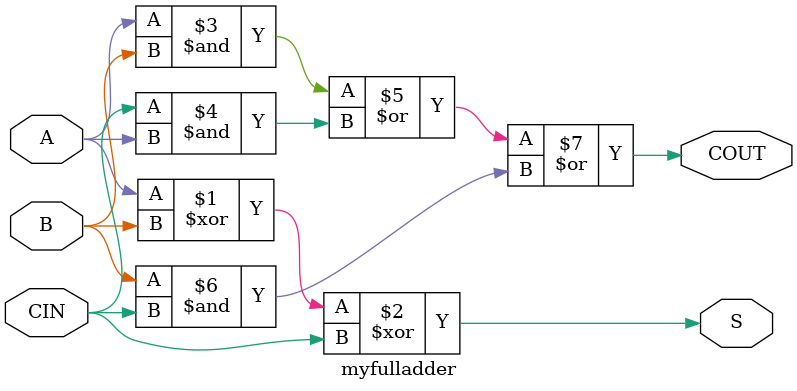
<source format=v>
module myfulladder(S, COUT, A, B, CIN);
    output S, COUT;
    input A, B, CIN;

    assign S = (A^B) ^CIN;
    assign COUT = (A&B)|(CIN&A) |(B&CIN);
endmodule
</source>
